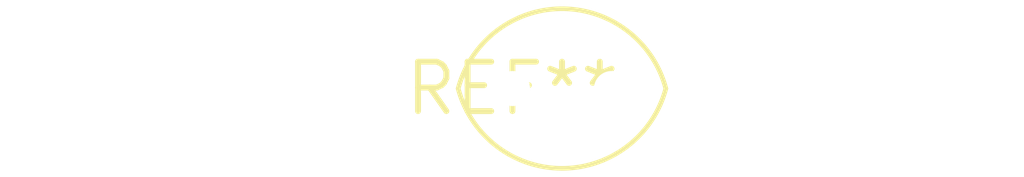
<source format=kicad_pcb>
(kicad_pcb (version 20240108) (generator pcbnew)
  (layers (0 "F.Cu" signal) (31 "B.Cu" signal) (34 "B.Paste" user) (35 "F.Paste" user) (36 "B.SilkS" user "B.Silkscreen") (37 "F.SilkS" user "F.Silkscreen") (38 "B.Mask" user) (39 "F.Mask" user) (44 "Edge.Cuts" user))
  (net 0 "")
  (footprint "LED_Oval_W5.2mm_H3.8mm" (layer "F.Cu") (at 0 0)
    (property "Reference" "REF**")
    (property "Value" "LED_Oval_W5.2mm_H3.8mm")
    (fp_line (start -1.15 -0.405) (end -1.15 0.405) (layer "F.SilkS") (stroke (width 0.12)))
    (fp_arc (start -1.39 0) (mid 1.269691 -2.050564) (end 3.929843 -0.000598) (layer "F.SilkS") (stroke (width 0.12)))
    (fp_arc (start 3.929843 0.000598) (mid 1.269691 2.050564) (end -1.39 0) (layer "F.SilkS") (stroke (width 0.12)))
    (pad "1" thru_hole rect (at 0 0) (size 1.8 1.8) (drill 0.9) (layers *.Cu *.Mask) (remove_unused_layers))
    (pad "2" thru_hole circle (at 2.54 0) (size 1.8 1.8) (drill 0.9) (layers *.Cu *.Mask) (remove_unused_layers))
  )
)
</source>
